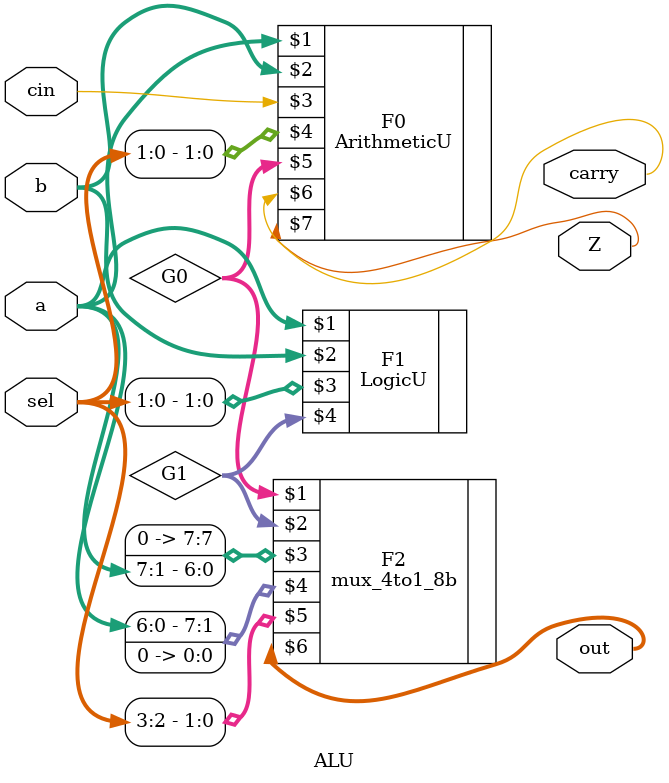
<source format=v>
/*this is the Main module*/

`timescale 1ns/1ns

module  ALU(a,b,cin,sel,out,carry,Z);

input[7:0] a,b;

input cin;

input[3:0] sel;

output[7:0] out;

output carry,Z;

wire[7:0]  G0,G1;

ArithmeticU  F0(a,b,cin,sel[1:0],G0,carry,Z);

LogicU         F1(a,b,sel[1:0],G1);

mux_4to1_8b  F2(G0,G1,{1'b0,a[7:1]},{a[6:0],1'b0},sel[3:2],out);

endmodule

</source>
